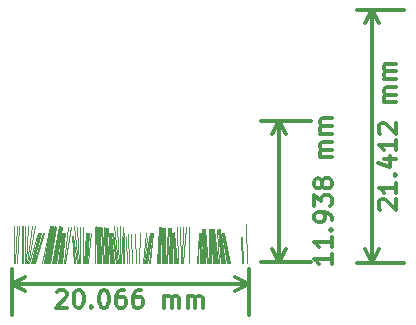
<source format=gbr>
G04 #@! TF.FileFunction,Drawing*
%FSLAX46Y46*%
G04 Gerber Fmt 4.6, Leading zero omitted, Abs format (unit mm)*
G04 Created by KiCad (PCBNEW 4.0.7-e1-6374~58~ubuntu16.04.1) date Tue Aug 22 20:20:45 2017*
%MOMM*%
%LPD*%
G01*
G04 APERTURE LIST*
%ADD10C,0.100000*%
%ADD11C,0.300000*%
%ADD12C,0.010000*%
G04 APERTURE END LIST*
D10*
D11*
X169124229Y-96092185D02*
X169052800Y-96020756D01*
X168981371Y-95877899D01*
X168981371Y-95520756D01*
X169052800Y-95377899D01*
X169124229Y-95306470D01*
X169267086Y-95235042D01*
X169409943Y-95235042D01*
X169624229Y-95306470D01*
X170481371Y-96163613D01*
X170481371Y-95235042D01*
X170481371Y-93806471D02*
X170481371Y-94663614D01*
X170481371Y-94235042D02*
X168981371Y-94235042D01*
X169195657Y-94377899D01*
X169338514Y-94520757D01*
X169409943Y-94663614D01*
X170338514Y-93163614D02*
X170409943Y-93092186D01*
X170481371Y-93163614D01*
X170409943Y-93235043D01*
X170338514Y-93163614D01*
X170481371Y-93163614D01*
X169481371Y-91806471D02*
X170481371Y-91806471D01*
X168909943Y-92163614D02*
X169981371Y-92520757D01*
X169981371Y-91592185D01*
X170481371Y-90235043D02*
X170481371Y-91092186D01*
X170481371Y-90663614D02*
X168981371Y-90663614D01*
X169195657Y-90806471D01*
X169338514Y-90949329D01*
X169409943Y-91092186D01*
X169124229Y-89663615D02*
X169052800Y-89592186D01*
X168981371Y-89449329D01*
X168981371Y-89092186D01*
X169052800Y-88949329D01*
X169124229Y-88877900D01*
X169267086Y-88806472D01*
X169409943Y-88806472D01*
X169624229Y-88877900D01*
X170481371Y-89735043D01*
X170481371Y-88806472D01*
X170481371Y-87020758D02*
X169481371Y-87020758D01*
X169624229Y-87020758D02*
X169552800Y-86949330D01*
X169481371Y-86806472D01*
X169481371Y-86592187D01*
X169552800Y-86449330D01*
X169695657Y-86377901D01*
X170481371Y-86377901D01*
X169695657Y-86377901D02*
X169552800Y-86306472D01*
X169481371Y-86163615D01*
X169481371Y-85949330D01*
X169552800Y-85806472D01*
X169695657Y-85735044D01*
X170481371Y-85735044D01*
X170481371Y-85020758D02*
X169481371Y-85020758D01*
X169624229Y-85020758D02*
X169552800Y-84949330D01*
X169481371Y-84806472D01*
X169481371Y-84592187D01*
X169552800Y-84449330D01*
X169695657Y-84377901D01*
X170481371Y-84377901D01*
X169695657Y-84377901D02*
X169552800Y-84306472D01*
X169481371Y-84163615D01*
X169481371Y-83949330D01*
X169552800Y-83806472D01*
X169695657Y-83735044D01*
X170481371Y-83735044D01*
X168452800Y-100584000D02*
X168452800Y-79171800D01*
X167132000Y-100584000D02*
X171152800Y-100584000D01*
X167132000Y-79171800D02*
X171152800Y-79171800D01*
X168452800Y-79171800D02*
X169039221Y-80298304D01*
X168452800Y-79171800D02*
X167866379Y-80298304D01*
X168452800Y-100584000D02*
X169039221Y-99457496D01*
X168452800Y-100584000D02*
X167866379Y-99457496D01*
X165041971Y-99870542D02*
X165041971Y-100727685D01*
X165041971Y-100299113D02*
X163541971Y-100299113D01*
X163756257Y-100441970D01*
X163899114Y-100584828D01*
X163970543Y-100727685D01*
X165041971Y-98441971D02*
X165041971Y-99299114D01*
X165041971Y-98870542D02*
X163541971Y-98870542D01*
X163756257Y-99013399D01*
X163899114Y-99156257D01*
X163970543Y-99299114D01*
X164899114Y-97799114D02*
X164970543Y-97727686D01*
X165041971Y-97799114D01*
X164970543Y-97870543D01*
X164899114Y-97799114D01*
X165041971Y-97799114D01*
X165041971Y-97013400D02*
X165041971Y-96727685D01*
X164970543Y-96584828D01*
X164899114Y-96513400D01*
X164684829Y-96370542D01*
X164399114Y-96299114D01*
X163827686Y-96299114D01*
X163684829Y-96370542D01*
X163613400Y-96441971D01*
X163541971Y-96584828D01*
X163541971Y-96870542D01*
X163613400Y-97013400D01*
X163684829Y-97084828D01*
X163827686Y-97156257D01*
X164184829Y-97156257D01*
X164327686Y-97084828D01*
X164399114Y-97013400D01*
X164470543Y-96870542D01*
X164470543Y-96584828D01*
X164399114Y-96441971D01*
X164327686Y-96370542D01*
X164184829Y-96299114D01*
X163541971Y-95799114D02*
X163541971Y-94870543D01*
X164113400Y-95370543D01*
X164113400Y-95156257D01*
X164184829Y-95013400D01*
X164256257Y-94941971D01*
X164399114Y-94870543D01*
X164756257Y-94870543D01*
X164899114Y-94941971D01*
X164970543Y-95013400D01*
X165041971Y-95156257D01*
X165041971Y-95584829D01*
X164970543Y-95727686D01*
X164899114Y-95799114D01*
X164184829Y-94013400D02*
X164113400Y-94156258D01*
X164041971Y-94227686D01*
X163899114Y-94299115D01*
X163827686Y-94299115D01*
X163684829Y-94227686D01*
X163613400Y-94156258D01*
X163541971Y-94013400D01*
X163541971Y-93727686D01*
X163613400Y-93584829D01*
X163684829Y-93513400D01*
X163827686Y-93441972D01*
X163899114Y-93441972D01*
X164041971Y-93513400D01*
X164113400Y-93584829D01*
X164184829Y-93727686D01*
X164184829Y-94013400D01*
X164256257Y-94156258D01*
X164327686Y-94227686D01*
X164470543Y-94299115D01*
X164756257Y-94299115D01*
X164899114Y-94227686D01*
X164970543Y-94156258D01*
X165041971Y-94013400D01*
X165041971Y-93727686D01*
X164970543Y-93584829D01*
X164899114Y-93513400D01*
X164756257Y-93441972D01*
X164470543Y-93441972D01*
X164327686Y-93513400D01*
X164256257Y-93584829D01*
X164184829Y-93727686D01*
X165041971Y-91656258D02*
X164041971Y-91656258D01*
X164184829Y-91656258D02*
X164113400Y-91584830D01*
X164041971Y-91441972D01*
X164041971Y-91227687D01*
X164113400Y-91084830D01*
X164256257Y-91013401D01*
X165041971Y-91013401D01*
X164256257Y-91013401D02*
X164113400Y-90941972D01*
X164041971Y-90799115D01*
X164041971Y-90584830D01*
X164113400Y-90441972D01*
X164256257Y-90370544D01*
X165041971Y-90370544D01*
X165041971Y-89656258D02*
X164041971Y-89656258D01*
X164184829Y-89656258D02*
X164113400Y-89584830D01*
X164041971Y-89441972D01*
X164041971Y-89227687D01*
X164113400Y-89084830D01*
X164256257Y-89013401D01*
X165041971Y-89013401D01*
X164256257Y-89013401D02*
X164113400Y-88941972D01*
X164041971Y-88799115D01*
X164041971Y-88584830D01*
X164113400Y-88441972D01*
X164256257Y-88370544D01*
X165041971Y-88370544D01*
X160528000Y-100521883D02*
X160528000Y-88583883D01*
X159004000Y-100521883D02*
X163228000Y-100521883D01*
X159004000Y-88583883D02*
X163228000Y-88583883D01*
X160528000Y-88583883D02*
X161114421Y-89710387D01*
X160528000Y-88583883D02*
X159941579Y-89710387D01*
X160528000Y-100521883D02*
X161114421Y-99395379D01*
X160528000Y-100521883D02*
X159941579Y-99395379D01*
X141740715Y-103033429D02*
X141812144Y-102962000D01*
X141955001Y-102890571D01*
X142312144Y-102890571D01*
X142455001Y-102962000D01*
X142526430Y-103033429D01*
X142597858Y-103176286D01*
X142597858Y-103319143D01*
X142526430Y-103533429D01*
X141669287Y-104390571D01*
X142597858Y-104390571D01*
X143526429Y-102890571D02*
X143669286Y-102890571D01*
X143812143Y-102962000D01*
X143883572Y-103033429D01*
X143955001Y-103176286D01*
X144026429Y-103462000D01*
X144026429Y-103819143D01*
X143955001Y-104104857D01*
X143883572Y-104247714D01*
X143812143Y-104319143D01*
X143669286Y-104390571D01*
X143526429Y-104390571D01*
X143383572Y-104319143D01*
X143312143Y-104247714D01*
X143240715Y-104104857D01*
X143169286Y-103819143D01*
X143169286Y-103462000D01*
X143240715Y-103176286D01*
X143312143Y-103033429D01*
X143383572Y-102962000D01*
X143526429Y-102890571D01*
X144669286Y-104247714D02*
X144740714Y-104319143D01*
X144669286Y-104390571D01*
X144597857Y-104319143D01*
X144669286Y-104247714D01*
X144669286Y-104390571D01*
X145669286Y-102890571D02*
X145812143Y-102890571D01*
X145955000Y-102962000D01*
X146026429Y-103033429D01*
X146097858Y-103176286D01*
X146169286Y-103462000D01*
X146169286Y-103819143D01*
X146097858Y-104104857D01*
X146026429Y-104247714D01*
X145955000Y-104319143D01*
X145812143Y-104390571D01*
X145669286Y-104390571D01*
X145526429Y-104319143D01*
X145455000Y-104247714D01*
X145383572Y-104104857D01*
X145312143Y-103819143D01*
X145312143Y-103462000D01*
X145383572Y-103176286D01*
X145455000Y-103033429D01*
X145526429Y-102962000D01*
X145669286Y-102890571D01*
X147455000Y-102890571D02*
X147169286Y-102890571D01*
X147026429Y-102962000D01*
X146955000Y-103033429D01*
X146812143Y-103247714D01*
X146740714Y-103533429D01*
X146740714Y-104104857D01*
X146812143Y-104247714D01*
X146883571Y-104319143D01*
X147026429Y-104390571D01*
X147312143Y-104390571D01*
X147455000Y-104319143D01*
X147526429Y-104247714D01*
X147597857Y-104104857D01*
X147597857Y-103747714D01*
X147526429Y-103604857D01*
X147455000Y-103533429D01*
X147312143Y-103462000D01*
X147026429Y-103462000D01*
X146883571Y-103533429D01*
X146812143Y-103604857D01*
X146740714Y-103747714D01*
X148883571Y-102890571D02*
X148597857Y-102890571D01*
X148455000Y-102962000D01*
X148383571Y-103033429D01*
X148240714Y-103247714D01*
X148169285Y-103533429D01*
X148169285Y-104104857D01*
X148240714Y-104247714D01*
X148312142Y-104319143D01*
X148455000Y-104390571D01*
X148740714Y-104390571D01*
X148883571Y-104319143D01*
X148955000Y-104247714D01*
X149026428Y-104104857D01*
X149026428Y-103747714D01*
X148955000Y-103604857D01*
X148883571Y-103533429D01*
X148740714Y-103462000D01*
X148455000Y-103462000D01*
X148312142Y-103533429D01*
X148240714Y-103604857D01*
X148169285Y-103747714D01*
X150812142Y-104390571D02*
X150812142Y-103390571D01*
X150812142Y-103533429D02*
X150883570Y-103462000D01*
X151026428Y-103390571D01*
X151240713Y-103390571D01*
X151383570Y-103462000D01*
X151454999Y-103604857D01*
X151454999Y-104390571D01*
X151454999Y-103604857D02*
X151526428Y-103462000D01*
X151669285Y-103390571D01*
X151883570Y-103390571D01*
X152026428Y-103462000D01*
X152097856Y-103604857D01*
X152097856Y-104390571D01*
X152812142Y-104390571D02*
X152812142Y-103390571D01*
X152812142Y-103533429D02*
X152883570Y-103462000D01*
X153026428Y-103390571D01*
X153240713Y-103390571D01*
X153383570Y-103462000D01*
X153454999Y-103604857D01*
X153454999Y-104390571D01*
X153454999Y-103604857D02*
X153526428Y-103462000D01*
X153669285Y-103390571D01*
X153883570Y-103390571D01*
X154026428Y-103462000D01*
X154097856Y-103604857D01*
X154097856Y-104390571D01*
X137922000Y-102362000D02*
X157988000Y-102362000D01*
X137922000Y-101092000D02*
X137922000Y-105062000D01*
X157988000Y-101092000D02*
X157988000Y-105062000D01*
X157988000Y-102362000D02*
X156861496Y-102948421D01*
X157988000Y-102362000D02*
X156861496Y-101775579D01*
X137922000Y-102362000D02*
X139048504Y-102948421D01*
X137922000Y-102362000D02*
X139048504Y-101775579D01*
D12*
X139125960Y-100596700D02*
X139341860Y-97505520D01*
X139024360Y-100614480D02*
X139090400Y-97505520D01*
X138917680Y-100586540D02*
X138877040Y-97480120D01*
X138127740Y-100584000D02*
X138140440Y-97515680D01*
X138211560Y-100589080D02*
X138407140Y-97482660D01*
X138330940Y-100589080D02*
X138526520Y-97482660D01*
X138821160Y-100584000D02*
X138780520Y-97477580D01*
X139227560Y-100594160D02*
X139613640Y-97505520D01*
X139329160Y-100594160D02*
X139890500Y-97495360D01*
X139423140Y-100589080D02*
X140144500Y-98036380D01*
X139527280Y-100594160D02*
X140248640Y-98041460D01*
X139621260Y-100589080D02*
X140342620Y-98036380D01*
X139725400Y-100596700D02*
X140446760Y-98044000D01*
X139824460Y-100594160D02*
X140545820Y-98041460D01*
X139923520Y-100596700D02*
X140644880Y-98044000D01*
X140512800Y-100599240D02*
X141135100Y-97467420D01*
X140627100Y-100584000D02*
X141198600Y-97510600D01*
X140731240Y-100596700D02*
X141262100Y-97518220D01*
X140822680Y-100609400D02*
X141328140Y-97525840D01*
X140914120Y-100604320D02*
X141406880Y-97518220D01*
X141025880Y-100609400D02*
X141485620Y-97533460D01*
X141119860Y-100601780D02*
X141579600Y-97525840D01*
X141208760Y-100606860D02*
X141668500Y-97530920D01*
X141317980Y-100589080D02*
X141894560Y-97492820D01*
X141424660Y-100584000D02*
X141955520Y-97520760D01*
X141513560Y-100609400D02*
X142024100Y-97520760D01*
X141615160Y-100589080D02*
X142077440Y-97541080D01*
X141711680Y-100584000D02*
X142173960Y-97536000D01*
X141831060Y-100591620D02*
X142166340Y-98102420D01*
X141917420Y-100601780D02*
X142229840Y-98107500D01*
X142019020Y-100584000D02*
X142288260Y-98112580D01*
X142115540Y-100589080D02*
X142361920Y-98117660D01*
X142214600Y-100604320D02*
X142415260Y-98110040D01*
X142331440Y-100591620D02*
X142681960Y-97553780D01*
X142425420Y-100589080D02*
X142948660Y-97586800D01*
X143230600Y-100594160D02*
X143027400Y-98374200D01*
X143324580Y-100596700D02*
X143078200Y-98374200D01*
X143433800Y-100591620D02*
X143154400Y-98374200D01*
X143527780Y-100601780D02*
X143195040Y-97518220D01*
X143624300Y-100601780D02*
X143466820Y-97553780D01*
X143720820Y-100594160D02*
X143705580Y-97558860D01*
X143929100Y-100594160D02*
X143951960Y-97576640D01*
X144028160Y-100594160D02*
X144236440Y-98092260D01*
X144122140Y-100594160D02*
X144299940Y-98097340D01*
X144218660Y-100594160D02*
X144396460Y-98097340D01*
X144320260Y-100594160D02*
X144498060Y-98097340D01*
X144419320Y-100601780D02*
X144597120Y-98104960D01*
X145006060Y-100611940D02*
X145008600Y-97538540D01*
X145140680Y-100599240D02*
X145077180Y-97515680D01*
X145224500Y-100599240D02*
X145153380Y-97561400D01*
X145321020Y-100604320D02*
X145227040Y-97574100D01*
X145422620Y-100604320D02*
X145298160Y-97589340D01*
X145516600Y-100594160D02*
X145371820Y-97594420D01*
X145613120Y-100604320D02*
X145463260Y-97602040D01*
X145724880Y-100591620D02*
X145536920Y-97614740D01*
X145821400Y-100599240D02*
X145747740Y-97609660D01*
X145925540Y-100589080D02*
X145816320Y-97619820D01*
X146016980Y-100599240D02*
X145892520Y-97627440D01*
X146108420Y-100599240D02*
X145981420Y-97627440D01*
X146210020Y-100599240D02*
X146055080Y-97619820D01*
X146324320Y-100594160D02*
X146164300Y-98077020D01*
X146428460Y-100589080D02*
X146227800Y-98089720D01*
X146519900Y-100594160D02*
X146288760Y-98089720D01*
X146616420Y-100604320D02*
X146362420Y-98099880D01*
X146723100Y-100599240D02*
X146439983Y-98118902D01*
X146820797Y-100592918D02*
X146512280Y-98117660D01*
X146918680Y-100604320D02*
X146552920Y-97515680D01*
X147022820Y-100617020D02*
X146814540Y-97528380D01*
X147124420Y-100596700D02*
X147055840Y-97467420D01*
X147215860Y-100594160D02*
X147309840Y-97536000D01*
X147322540Y-100596700D02*
X147370800Y-98450400D01*
X147419060Y-100599240D02*
X147457160Y-98084640D01*
X147721320Y-100606860D02*
X147574000Y-98450400D01*
X147822920Y-100591620D02*
X147754340Y-98125280D01*
X148109940Y-100604320D02*
X148000720Y-98140520D01*
X148414740Y-100604320D02*
X148384260Y-98145600D01*
X148717000Y-100604320D02*
X148823680Y-98110040D01*
X149021800Y-100609400D02*
X149326600Y-98120200D01*
X149128480Y-100591620D02*
X149377400Y-98475800D01*
X149214840Y-100599240D02*
X149639020Y-98064320D01*
X149313900Y-100591620D02*
X149712680Y-98082100D01*
X149415500Y-100599240D02*
X149781260Y-98089720D01*
X149517100Y-100591620D02*
X149849840Y-98089720D01*
X149621240Y-100594160D02*
X149918420Y-98099880D01*
X150223220Y-100601780D02*
X150401020Y-97594420D01*
X150322280Y-100617020D02*
X150454360Y-97609660D01*
X150406100Y-100601780D02*
X150522940Y-97586800D01*
X150515320Y-100601780D02*
X150593469Y-97602273D01*
X150622591Y-100593927D02*
X150670260Y-97617280D01*
X150724191Y-100601547D02*
X150748187Y-97640953D01*
X150824064Y-100601547D02*
X150817580Y-97640140D01*
X150918044Y-100586307D02*
X150888700Y-97647760D01*
X151024724Y-100601547D02*
X151142700Y-97617280D01*
X151100924Y-100601547D02*
X151218900Y-97617280D01*
X151217764Y-100609167D02*
X151290020Y-97640140D01*
X151320500Y-100589080D02*
X151358600Y-97647760D01*
X151414480Y-100596700D02*
X151421213Y-97687368D01*
X151514427Y-100596700D02*
X151483060Y-98089720D01*
X151623647Y-100604320D02*
X151552723Y-98112844D01*
X151716544Y-100596436D02*
X151615140Y-98112580D01*
X151815604Y-100596436D02*
X151661026Y-98097373D01*
X151917038Y-100604023D02*
X151683720Y-98003360D01*
X152028024Y-100596467D02*
X151927560Y-97541080D01*
X152217120Y-100591620D02*
X152196800Y-97586800D01*
X152326340Y-100606860D02*
X152415240Y-97566480D01*
X152422860Y-100601780D02*
X152692100Y-97566480D01*
X153723340Y-100601780D02*
X153819860Y-98125280D01*
X152915620Y-100604320D02*
X152923240Y-97599500D01*
X153621740Y-100594160D02*
X153763980Y-98117660D01*
X153824940Y-100594160D02*
X153873200Y-98107500D01*
X153931620Y-100596700D02*
X153918920Y-98117660D01*
X154028140Y-100601780D02*
X153982420Y-98099880D01*
X154127200Y-100596700D02*
X154051000Y-97777300D01*
X154198320Y-100591620D02*
X154122120Y-97779840D01*
X154320240Y-100601780D02*
X154180540Y-97779840D01*
X154419300Y-100606860D02*
X154241500Y-97777300D01*
X154520900Y-100594160D02*
X154307540Y-97767140D01*
X154721560Y-100589080D02*
X154706320Y-97779840D01*
X154622500Y-100584000D02*
X154607260Y-97772220D01*
X154828240Y-100589080D02*
X154772360Y-97777300D01*
X154927300Y-100596700D02*
X154815540Y-97762060D01*
X155021280Y-100601780D02*
X154873960Y-97777300D01*
X155130500Y-100599240D02*
X154937460Y-97767140D01*
X155216860Y-100586540D02*
X154993340Y-97769680D01*
X155422600Y-100601780D02*
X155089860Y-97754440D01*
X155321000Y-100591620D02*
X155046680Y-97759520D01*
X155511500Y-100601780D02*
X155321000Y-97792540D01*
X155628340Y-100604320D02*
X155389580Y-97767140D01*
X155732480Y-100601780D02*
X155450540Y-97767140D01*
X155834080Y-100606860D02*
X155526740Y-97751900D01*
X155928060Y-100604320D02*
X155618180Y-98137980D01*
X156024580Y-100599240D02*
X155653740Y-98130360D01*
X156131260Y-100594160D02*
X155707080Y-98127820D01*
X156227780Y-100594160D02*
X155757880Y-98112580D01*
X156316680Y-100589080D02*
X155806140Y-98102420D01*
X156433520Y-100599240D02*
X155859480Y-98094800D01*
X157421580Y-100596700D02*
X157378400Y-98450400D01*
X157525720Y-100596700D02*
X157454600Y-98425000D01*
X157825440Y-100594160D02*
X157779720Y-97345500D01*
M02*

</source>
